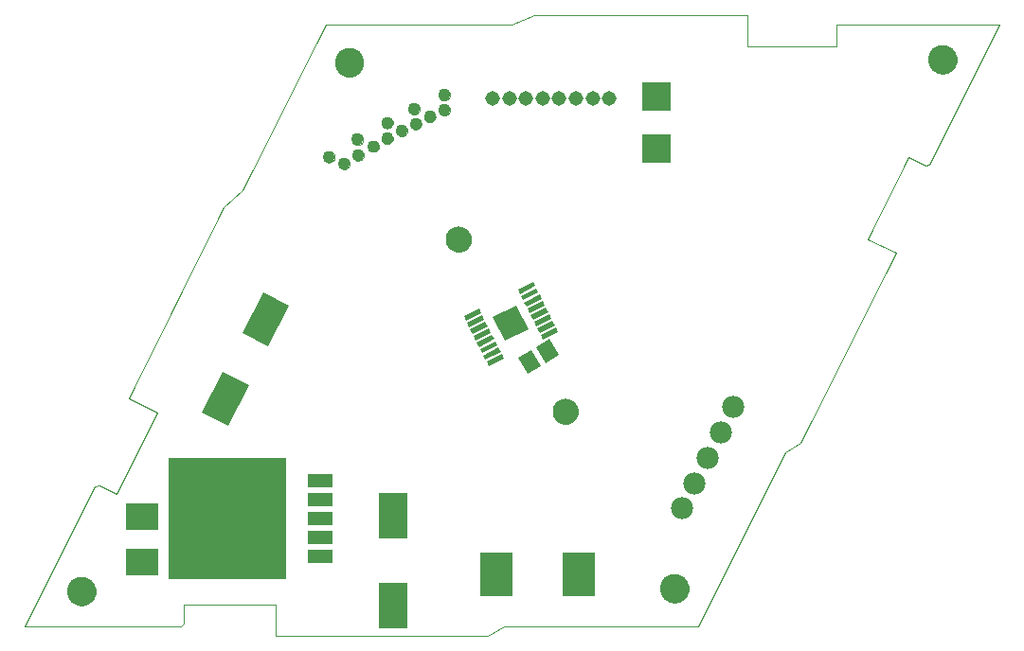
<source format=gts>
G75*
%MOIN*%
%OFA0B0*%
%FSLAX24Y24*%
%IPPOS*%
%LPD*%
%AMOC8*
5,1,8,0,0,1.08239X$1,22.5*
%
%ADD10C,0.0000*%
%ADD11C,0.1024*%
%ADD12C,0.0906*%
%ADD13R,0.0938X0.0938*%
%ADD14C,0.0434*%
%ADD15R,0.0603X0.0178*%
%ADD16R,0.0552X0.0670*%
%ADD17R,0.1615X0.1024*%
%ADD18R,0.1024X0.1615*%
%ADD19C,0.0516*%
%ADD20R,0.4138X0.4292*%
%ADD21R,0.0890X0.0460*%
%ADD22R,0.1142X0.1536*%
%ADD23C,0.0780*%
%ADD24R,0.1040X0.1040*%
%ADD25R,0.1140X0.0940*%
D10*
X001543Y001214D02*
X007057Y001214D01*
X007162Y001332D01*
X007163Y001992D01*
X010376Y001990D01*
X010370Y000897D01*
X017853Y000897D01*
X018407Y001214D01*
X025254Y001214D01*
X028315Y007336D01*
X028846Y007690D01*
X032212Y014373D01*
X031218Y014865D01*
X032655Y017739D01*
X033246Y017444D01*
X033393Y017483D01*
X035864Y022424D01*
X030103Y022423D01*
X030103Y022424D02*
X030103Y021647D01*
X026989Y021647D01*
X026989Y022739D01*
X019476Y022739D01*
X018689Y022424D01*
X012143Y022424D01*
X009220Y016568D01*
X008561Y015977D01*
X005204Y009265D01*
X006218Y008753D01*
X004781Y005889D01*
X004191Y006184D01*
X004004Y006145D01*
X001543Y001214D01*
X003060Y002453D02*
X003062Y002497D01*
X003068Y002541D01*
X003078Y002584D01*
X003091Y002626D01*
X003109Y002666D01*
X003130Y002705D01*
X003154Y002742D01*
X003181Y002777D01*
X003212Y002809D01*
X003245Y002838D01*
X003281Y002864D01*
X003319Y002886D01*
X003359Y002905D01*
X003400Y002921D01*
X003443Y002933D01*
X003486Y002941D01*
X003530Y002945D01*
X003574Y002945D01*
X003618Y002941D01*
X003661Y002933D01*
X003704Y002921D01*
X003745Y002905D01*
X003785Y002886D01*
X003823Y002864D01*
X003859Y002838D01*
X003892Y002809D01*
X003923Y002777D01*
X003950Y002742D01*
X003974Y002705D01*
X003995Y002666D01*
X004013Y002626D01*
X004026Y002584D01*
X004036Y002541D01*
X004042Y002497D01*
X004044Y002453D01*
X004042Y002409D01*
X004036Y002365D01*
X004026Y002322D01*
X004013Y002280D01*
X003995Y002240D01*
X003974Y002201D01*
X003950Y002164D01*
X003923Y002129D01*
X003892Y002097D01*
X003859Y002068D01*
X003823Y002042D01*
X003785Y002020D01*
X003745Y002001D01*
X003704Y001985D01*
X003661Y001973D01*
X003618Y001965D01*
X003574Y001961D01*
X003530Y001961D01*
X003486Y001965D01*
X003443Y001973D01*
X003400Y001985D01*
X003359Y002001D01*
X003319Y002020D01*
X003281Y002042D01*
X003245Y002068D01*
X003212Y002097D01*
X003181Y002129D01*
X003154Y002164D01*
X003130Y002201D01*
X003109Y002240D01*
X003091Y002280D01*
X003078Y002322D01*
X003068Y002365D01*
X003062Y002409D01*
X003060Y002453D01*
X016391Y014853D02*
X016393Y014894D01*
X016399Y014935D01*
X016409Y014975D01*
X016422Y015014D01*
X016439Y015051D01*
X016460Y015087D01*
X016484Y015121D01*
X016511Y015152D01*
X016540Y015180D01*
X016573Y015206D01*
X016607Y015228D01*
X016644Y015247D01*
X016682Y015262D01*
X016722Y015274D01*
X016762Y015282D01*
X016803Y015286D01*
X016845Y015286D01*
X016886Y015282D01*
X016926Y015274D01*
X016966Y015262D01*
X017004Y015247D01*
X017040Y015228D01*
X017075Y015206D01*
X017108Y015180D01*
X017137Y015152D01*
X017164Y015121D01*
X017188Y015087D01*
X017209Y015051D01*
X017226Y015014D01*
X017239Y014975D01*
X017249Y014935D01*
X017255Y014894D01*
X017257Y014853D01*
X017255Y014812D01*
X017249Y014771D01*
X017239Y014731D01*
X017226Y014692D01*
X017209Y014655D01*
X017188Y014619D01*
X017164Y014585D01*
X017137Y014554D01*
X017108Y014526D01*
X017075Y014500D01*
X017041Y014478D01*
X017004Y014459D01*
X016966Y014444D01*
X016926Y014432D01*
X016886Y014424D01*
X016845Y014420D01*
X016803Y014420D01*
X016762Y014424D01*
X016722Y014432D01*
X016682Y014444D01*
X016644Y014459D01*
X016608Y014478D01*
X016573Y014500D01*
X016540Y014526D01*
X016511Y014554D01*
X016484Y014585D01*
X016460Y014619D01*
X016439Y014655D01*
X016422Y014692D01*
X016409Y014731D01*
X016399Y014771D01*
X016393Y014812D01*
X016391Y014853D01*
X012596Y017523D02*
X012598Y017550D01*
X012604Y017577D01*
X012613Y017603D01*
X012626Y017627D01*
X012642Y017650D01*
X012661Y017669D01*
X012683Y017686D01*
X012707Y017700D01*
X012732Y017710D01*
X012759Y017717D01*
X012786Y017720D01*
X012814Y017719D01*
X012841Y017714D01*
X012867Y017706D01*
X012891Y017694D01*
X012914Y017678D01*
X012935Y017660D01*
X012952Y017639D01*
X012967Y017615D01*
X012978Y017590D01*
X012986Y017564D01*
X012990Y017537D01*
X012990Y017509D01*
X012986Y017482D01*
X012978Y017456D01*
X012967Y017431D01*
X012952Y017407D01*
X012935Y017386D01*
X012914Y017368D01*
X012892Y017352D01*
X012867Y017340D01*
X012841Y017332D01*
X012814Y017327D01*
X012786Y017326D01*
X012759Y017329D01*
X012732Y017336D01*
X012707Y017346D01*
X012683Y017360D01*
X012661Y017377D01*
X012642Y017396D01*
X012626Y017419D01*
X012613Y017443D01*
X012604Y017469D01*
X012598Y017496D01*
X012596Y017523D01*
X012065Y017759D02*
X012067Y017786D01*
X012073Y017813D01*
X012082Y017839D01*
X012095Y017863D01*
X012111Y017886D01*
X012130Y017905D01*
X012152Y017922D01*
X012176Y017936D01*
X012201Y017946D01*
X012228Y017953D01*
X012255Y017956D01*
X012283Y017955D01*
X012310Y017950D01*
X012336Y017942D01*
X012360Y017930D01*
X012383Y017914D01*
X012404Y017896D01*
X012421Y017875D01*
X012436Y017851D01*
X012447Y017826D01*
X012455Y017800D01*
X012459Y017773D01*
X012459Y017745D01*
X012455Y017718D01*
X012447Y017692D01*
X012436Y017667D01*
X012421Y017643D01*
X012404Y017622D01*
X012383Y017604D01*
X012361Y017588D01*
X012336Y017576D01*
X012310Y017568D01*
X012283Y017563D01*
X012255Y017562D01*
X012228Y017565D01*
X012201Y017572D01*
X012176Y017582D01*
X012152Y017596D01*
X012130Y017613D01*
X012111Y017632D01*
X012095Y017655D01*
X012082Y017679D01*
X012073Y017705D01*
X012067Y017732D01*
X012065Y017759D01*
X013088Y017818D02*
X013090Y017845D01*
X013096Y017872D01*
X013105Y017898D01*
X013118Y017922D01*
X013134Y017945D01*
X013153Y017964D01*
X013175Y017981D01*
X013199Y017995D01*
X013224Y018005D01*
X013251Y018012D01*
X013278Y018015D01*
X013306Y018014D01*
X013333Y018009D01*
X013359Y018001D01*
X013383Y017989D01*
X013406Y017973D01*
X013427Y017955D01*
X013444Y017934D01*
X013459Y017910D01*
X013470Y017885D01*
X013478Y017859D01*
X013482Y017832D01*
X013482Y017804D01*
X013478Y017777D01*
X013470Y017751D01*
X013459Y017726D01*
X013444Y017702D01*
X013427Y017681D01*
X013406Y017663D01*
X013384Y017647D01*
X013359Y017635D01*
X013333Y017627D01*
X013306Y017622D01*
X013278Y017621D01*
X013251Y017624D01*
X013224Y017631D01*
X013199Y017641D01*
X013175Y017655D01*
X013153Y017672D01*
X013134Y017691D01*
X013118Y017714D01*
X013105Y017738D01*
X013096Y017764D01*
X013090Y017791D01*
X013088Y017818D01*
X013620Y018133D02*
X013622Y018160D01*
X013628Y018187D01*
X013637Y018213D01*
X013650Y018237D01*
X013666Y018260D01*
X013685Y018279D01*
X013707Y018296D01*
X013731Y018310D01*
X013756Y018320D01*
X013783Y018327D01*
X013810Y018330D01*
X013838Y018329D01*
X013865Y018324D01*
X013891Y018316D01*
X013915Y018304D01*
X013938Y018288D01*
X013959Y018270D01*
X013976Y018249D01*
X013991Y018225D01*
X014002Y018200D01*
X014010Y018174D01*
X014014Y018147D01*
X014014Y018119D01*
X014010Y018092D01*
X014002Y018066D01*
X013991Y018041D01*
X013976Y018017D01*
X013959Y017996D01*
X013938Y017978D01*
X013916Y017962D01*
X013891Y017950D01*
X013865Y017942D01*
X013838Y017937D01*
X013810Y017936D01*
X013783Y017939D01*
X013756Y017946D01*
X013731Y017956D01*
X013707Y017970D01*
X013685Y017987D01*
X013666Y018006D01*
X013650Y018029D01*
X013637Y018053D01*
X013628Y018079D01*
X013622Y018106D01*
X013620Y018133D01*
X013068Y018369D02*
X013070Y018396D01*
X013076Y018423D01*
X013085Y018449D01*
X013098Y018473D01*
X013114Y018496D01*
X013133Y018515D01*
X013155Y018532D01*
X013179Y018546D01*
X013204Y018556D01*
X013231Y018563D01*
X013258Y018566D01*
X013286Y018565D01*
X013313Y018560D01*
X013339Y018552D01*
X013363Y018540D01*
X013386Y018524D01*
X013407Y018506D01*
X013424Y018485D01*
X013439Y018461D01*
X013450Y018436D01*
X013458Y018410D01*
X013462Y018383D01*
X013462Y018355D01*
X013458Y018328D01*
X013450Y018302D01*
X013439Y018277D01*
X013424Y018253D01*
X013407Y018232D01*
X013386Y018214D01*
X013364Y018198D01*
X013339Y018186D01*
X013313Y018178D01*
X013286Y018173D01*
X013258Y018172D01*
X013231Y018175D01*
X013204Y018182D01*
X013179Y018192D01*
X013155Y018206D01*
X013133Y018223D01*
X013114Y018242D01*
X013098Y018265D01*
X013085Y018289D01*
X013076Y018315D01*
X013070Y018342D01*
X013068Y018369D01*
X014112Y018408D02*
X014114Y018435D01*
X014120Y018462D01*
X014129Y018488D01*
X014142Y018512D01*
X014158Y018535D01*
X014177Y018554D01*
X014199Y018571D01*
X014223Y018585D01*
X014248Y018595D01*
X014275Y018602D01*
X014302Y018605D01*
X014330Y018604D01*
X014357Y018599D01*
X014383Y018591D01*
X014407Y018579D01*
X014430Y018563D01*
X014451Y018545D01*
X014468Y018524D01*
X014483Y018500D01*
X014494Y018475D01*
X014502Y018449D01*
X014506Y018422D01*
X014506Y018394D01*
X014502Y018367D01*
X014494Y018341D01*
X014483Y018316D01*
X014468Y018292D01*
X014451Y018271D01*
X014430Y018253D01*
X014408Y018237D01*
X014383Y018225D01*
X014357Y018217D01*
X014330Y018212D01*
X014302Y018211D01*
X014275Y018214D01*
X014248Y018221D01*
X014223Y018231D01*
X014199Y018245D01*
X014177Y018262D01*
X014158Y018281D01*
X014142Y018304D01*
X014129Y018328D01*
X014120Y018354D01*
X014114Y018381D01*
X014112Y018408D01*
X014624Y018684D02*
X014626Y018711D01*
X014632Y018738D01*
X014641Y018764D01*
X014654Y018788D01*
X014670Y018811D01*
X014689Y018830D01*
X014711Y018847D01*
X014735Y018861D01*
X014760Y018871D01*
X014787Y018878D01*
X014814Y018881D01*
X014842Y018880D01*
X014869Y018875D01*
X014895Y018867D01*
X014919Y018855D01*
X014942Y018839D01*
X014963Y018821D01*
X014980Y018800D01*
X014995Y018776D01*
X015006Y018751D01*
X015014Y018725D01*
X015018Y018698D01*
X015018Y018670D01*
X015014Y018643D01*
X015006Y018617D01*
X014995Y018592D01*
X014980Y018568D01*
X014963Y018547D01*
X014942Y018529D01*
X014920Y018513D01*
X014895Y018501D01*
X014869Y018493D01*
X014842Y018488D01*
X014814Y018487D01*
X014787Y018490D01*
X014760Y018497D01*
X014735Y018507D01*
X014711Y018521D01*
X014689Y018538D01*
X014670Y018557D01*
X014654Y018580D01*
X014641Y018604D01*
X014632Y018630D01*
X014626Y018657D01*
X014624Y018684D01*
X014112Y018960D02*
X014114Y018987D01*
X014120Y019014D01*
X014129Y019040D01*
X014142Y019064D01*
X014158Y019087D01*
X014177Y019106D01*
X014199Y019123D01*
X014223Y019137D01*
X014248Y019147D01*
X014275Y019154D01*
X014302Y019157D01*
X014330Y019156D01*
X014357Y019151D01*
X014383Y019143D01*
X014407Y019131D01*
X014430Y019115D01*
X014451Y019097D01*
X014468Y019076D01*
X014483Y019052D01*
X014494Y019027D01*
X014502Y019001D01*
X014506Y018974D01*
X014506Y018946D01*
X014502Y018919D01*
X014494Y018893D01*
X014483Y018868D01*
X014468Y018844D01*
X014451Y018823D01*
X014430Y018805D01*
X014408Y018789D01*
X014383Y018777D01*
X014357Y018769D01*
X014330Y018764D01*
X014302Y018763D01*
X014275Y018766D01*
X014248Y018773D01*
X014223Y018783D01*
X014199Y018797D01*
X014177Y018814D01*
X014158Y018833D01*
X014142Y018856D01*
X014129Y018880D01*
X014120Y018906D01*
X014114Y018933D01*
X014112Y018960D01*
X015057Y019452D02*
X015059Y019479D01*
X015065Y019506D01*
X015074Y019532D01*
X015087Y019556D01*
X015103Y019579D01*
X015122Y019598D01*
X015144Y019615D01*
X015168Y019629D01*
X015193Y019639D01*
X015220Y019646D01*
X015247Y019649D01*
X015275Y019648D01*
X015302Y019643D01*
X015328Y019635D01*
X015352Y019623D01*
X015375Y019607D01*
X015396Y019589D01*
X015413Y019568D01*
X015428Y019544D01*
X015439Y019519D01*
X015447Y019493D01*
X015451Y019466D01*
X015451Y019438D01*
X015447Y019411D01*
X015439Y019385D01*
X015428Y019360D01*
X015413Y019336D01*
X015396Y019315D01*
X015375Y019297D01*
X015353Y019281D01*
X015328Y019269D01*
X015302Y019261D01*
X015275Y019256D01*
X015247Y019255D01*
X015220Y019258D01*
X015193Y019265D01*
X015168Y019275D01*
X015144Y019289D01*
X015122Y019306D01*
X015103Y019325D01*
X015087Y019348D01*
X015074Y019372D01*
X015065Y019398D01*
X015059Y019425D01*
X015057Y019452D01*
X015116Y018920D02*
X015118Y018947D01*
X015124Y018974D01*
X015133Y019000D01*
X015146Y019024D01*
X015162Y019047D01*
X015181Y019066D01*
X015203Y019083D01*
X015227Y019097D01*
X015252Y019107D01*
X015279Y019114D01*
X015306Y019117D01*
X015334Y019116D01*
X015361Y019111D01*
X015387Y019103D01*
X015411Y019091D01*
X015434Y019075D01*
X015455Y019057D01*
X015472Y019036D01*
X015487Y019012D01*
X015498Y018987D01*
X015506Y018961D01*
X015510Y018934D01*
X015510Y018906D01*
X015506Y018879D01*
X015498Y018853D01*
X015487Y018828D01*
X015472Y018804D01*
X015455Y018783D01*
X015434Y018765D01*
X015412Y018749D01*
X015387Y018737D01*
X015361Y018729D01*
X015334Y018724D01*
X015306Y018723D01*
X015279Y018726D01*
X015252Y018733D01*
X015227Y018743D01*
X015203Y018757D01*
X015181Y018774D01*
X015162Y018793D01*
X015146Y018816D01*
X015133Y018840D01*
X015124Y018866D01*
X015118Y018893D01*
X015116Y018920D01*
X015608Y019176D02*
X015610Y019203D01*
X015616Y019230D01*
X015625Y019256D01*
X015638Y019280D01*
X015654Y019303D01*
X015673Y019322D01*
X015695Y019339D01*
X015719Y019353D01*
X015744Y019363D01*
X015771Y019370D01*
X015798Y019373D01*
X015826Y019372D01*
X015853Y019367D01*
X015879Y019359D01*
X015903Y019347D01*
X015926Y019331D01*
X015947Y019313D01*
X015964Y019292D01*
X015979Y019268D01*
X015990Y019243D01*
X015998Y019217D01*
X016002Y019190D01*
X016002Y019162D01*
X015998Y019135D01*
X015990Y019109D01*
X015979Y019084D01*
X015964Y019060D01*
X015947Y019039D01*
X015926Y019021D01*
X015904Y019005D01*
X015879Y018993D01*
X015853Y018985D01*
X015826Y018980D01*
X015798Y018979D01*
X015771Y018982D01*
X015744Y018989D01*
X015719Y018999D01*
X015695Y019013D01*
X015673Y019030D01*
X015654Y019049D01*
X015638Y019072D01*
X015625Y019096D01*
X015616Y019122D01*
X015610Y019149D01*
X015608Y019176D01*
X016120Y019412D02*
X016122Y019439D01*
X016128Y019466D01*
X016137Y019492D01*
X016150Y019516D01*
X016166Y019539D01*
X016185Y019558D01*
X016207Y019575D01*
X016231Y019589D01*
X016256Y019599D01*
X016283Y019606D01*
X016310Y019609D01*
X016338Y019608D01*
X016365Y019603D01*
X016391Y019595D01*
X016415Y019583D01*
X016438Y019567D01*
X016459Y019549D01*
X016476Y019528D01*
X016491Y019504D01*
X016502Y019479D01*
X016510Y019453D01*
X016514Y019426D01*
X016514Y019398D01*
X016510Y019371D01*
X016502Y019345D01*
X016491Y019320D01*
X016476Y019296D01*
X016459Y019275D01*
X016438Y019257D01*
X016416Y019241D01*
X016391Y019229D01*
X016365Y019221D01*
X016338Y019216D01*
X016310Y019215D01*
X016283Y019218D01*
X016256Y019225D01*
X016231Y019235D01*
X016207Y019249D01*
X016185Y019266D01*
X016166Y019285D01*
X016150Y019308D01*
X016137Y019332D01*
X016128Y019358D01*
X016122Y019385D01*
X016120Y019412D01*
X016120Y019944D02*
X016122Y019971D01*
X016128Y019998D01*
X016137Y020024D01*
X016150Y020048D01*
X016166Y020071D01*
X016185Y020090D01*
X016207Y020107D01*
X016231Y020121D01*
X016256Y020131D01*
X016283Y020138D01*
X016310Y020141D01*
X016338Y020140D01*
X016365Y020135D01*
X016391Y020127D01*
X016415Y020115D01*
X016438Y020099D01*
X016459Y020081D01*
X016476Y020060D01*
X016491Y020036D01*
X016502Y020011D01*
X016510Y019985D01*
X016514Y019958D01*
X016514Y019930D01*
X016510Y019903D01*
X016502Y019877D01*
X016491Y019852D01*
X016476Y019828D01*
X016459Y019807D01*
X016438Y019789D01*
X016416Y019773D01*
X016391Y019761D01*
X016365Y019753D01*
X016338Y019748D01*
X016310Y019747D01*
X016283Y019750D01*
X016256Y019757D01*
X016231Y019767D01*
X016207Y019781D01*
X016185Y019798D01*
X016166Y019817D01*
X016150Y019840D01*
X016137Y019864D01*
X016128Y019890D01*
X016122Y019917D01*
X016120Y019944D01*
X012478Y021079D02*
X012480Y021123D01*
X012486Y021167D01*
X012496Y021210D01*
X012509Y021252D01*
X012527Y021292D01*
X012548Y021331D01*
X012572Y021368D01*
X012599Y021403D01*
X012630Y021435D01*
X012663Y021464D01*
X012699Y021490D01*
X012737Y021512D01*
X012777Y021531D01*
X012818Y021547D01*
X012861Y021559D01*
X012904Y021567D01*
X012948Y021571D01*
X012992Y021571D01*
X013036Y021567D01*
X013079Y021559D01*
X013122Y021547D01*
X013163Y021531D01*
X013203Y021512D01*
X013241Y021490D01*
X013277Y021464D01*
X013310Y021435D01*
X013341Y021403D01*
X013368Y021368D01*
X013392Y021331D01*
X013413Y021292D01*
X013431Y021252D01*
X013444Y021210D01*
X013454Y021167D01*
X013460Y021123D01*
X013462Y021079D01*
X013460Y021035D01*
X013454Y020991D01*
X013444Y020948D01*
X013431Y020906D01*
X013413Y020866D01*
X013392Y020827D01*
X013368Y020790D01*
X013341Y020755D01*
X013310Y020723D01*
X013277Y020694D01*
X013241Y020668D01*
X013203Y020646D01*
X013163Y020627D01*
X013122Y020611D01*
X013079Y020599D01*
X013036Y020591D01*
X012992Y020587D01*
X012948Y020587D01*
X012904Y020591D01*
X012861Y020599D01*
X012818Y020611D01*
X012777Y020627D01*
X012737Y020646D01*
X012699Y020668D01*
X012663Y020694D01*
X012630Y020723D01*
X012599Y020755D01*
X012572Y020790D01*
X012548Y020827D01*
X012527Y020866D01*
X012509Y020906D01*
X012496Y020948D01*
X012486Y020991D01*
X012480Y021035D01*
X012478Y021079D01*
X020144Y008781D02*
X020146Y008822D01*
X020152Y008863D01*
X020162Y008903D01*
X020175Y008942D01*
X020192Y008979D01*
X020213Y009015D01*
X020237Y009049D01*
X020264Y009080D01*
X020293Y009108D01*
X020326Y009134D01*
X020360Y009156D01*
X020397Y009175D01*
X020435Y009190D01*
X020475Y009202D01*
X020515Y009210D01*
X020556Y009214D01*
X020598Y009214D01*
X020639Y009210D01*
X020679Y009202D01*
X020719Y009190D01*
X020757Y009175D01*
X020793Y009156D01*
X020828Y009134D01*
X020861Y009108D01*
X020890Y009080D01*
X020917Y009049D01*
X020941Y009015D01*
X020962Y008979D01*
X020979Y008942D01*
X020992Y008903D01*
X021002Y008863D01*
X021008Y008822D01*
X021010Y008781D01*
X021008Y008740D01*
X021002Y008699D01*
X020992Y008659D01*
X020979Y008620D01*
X020962Y008583D01*
X020941Y008547D01*
X020917Y008513D01*
X020890Y008482D01*
X020861Y008454D01*
X020828Y008428D01*
X020794Y008406D01*
X020757Y008387D01*
X020719Y008372D01*
X020679Y008360D01*
X020639Y008352D01*
X020598Y008348D01*
X020556Y008348D01*
X020515Y008352D01*
X020475Y008360D01*
X020435Y008372D01*
X020397Y008387D01*
X020361Y008406D01*
X020326Y008428D01*
X020293Y008454D01*
X020264Y008482D01*
X020237Y008513D01*
X020213Y008547D01*
X020192Y008583D01*
X020175Y008620D01*
X020162Y008659D01*
X020152Y008699D01*
X020146Y008740D01*
X020144Y008781D01*
X023929Y002550D02*
X023931Y002594D01*
X023937Y002638D01*
X023947Y002681D01*
X023960Y002723D01*
X023978Y002763D01*
X023999Y002802D01*
X024023Y002839D01*
X024050Y002874D01*
X024081Y002906D01*
X024114Y002935D01*
X024150Y002961D01*
X024188Y002983D01*
X024228Y003002D01*
X024269Y003018D01*
X024312Y003030D01*
X024355Y003038D01*
X024399Y003042D01*
X024443Y003042D01*
X024487Y003038D01*
X024530Y003030D01*
X024573Y003018D01*
X024614Y003002D01*
X024654Y002983D01*
X024692Y002961D01*
X024728Y002935D01*
X024761Y002906D01*
X024792Y002874D01*
X024819Y002839D01*
X024843Y002802D01*
X024864Y002763D01*
X024882Y002723D01*
X024895Y002681D01*
X024905Y002638D01*
X024911Y002594D01*
X024913Y002550D01*
X024911Y002506D01*
X024905Y002462D01*
X024895Y002419D01*
X024882Y002377D01*
X024864Y002337D01*
X024843Y002298D01*
X024819Y002261D01*
X024792Y002226D01*
X024761Y002194D01*
X024728Y002165D01*
X024692Y002139D01*
X024654Y002117D01*
X024614Y002098D01*
X024573Y002082D01*
X024530Y002070D01*
X024487Y002062D01*
X024443Y002058D01*
X024399Y002058D01*
X024355Y002062D01*
X024312Y002070D01*
X024269Y002082D01*
X024228Y002098D01*
X024188Y002117D01*
X024150Y002139D01*
X024114Y002165D01*
X024081Y002194D01*
X024050Y002226D01*
X024023Y002261D01*
X023999Y002298D01*
X023978Y002337D01*
X023960Y002377D01*
X023947Y002419D01*
X023937Y002462D01*
X023931Y002506D01*
X023929Y002550D01*
X033359Y021185D02*
X033361Y021229D01*
X033367Y021273D01*
X033377Y021316D01*
X033390Y021358D01*
X033408Y021398D01*
X033429Y021437D01*
X033453Y021474D01*
X033480Y021509D01*
X033511Y021541D01*
X033544Y021570D01*
X033580Y021596D01*
X033618Y021618D01*
X033658Y021637D01*
X033699Y021653D01*
X033742Y021665D01*
X033785Y021673D01*
X033829Y021677D01*
X033873Y021677D01*
X033917Y021673D01*
X033960Y021665D01*
X034003Y021653D01*
X034044Y021637D01*
X034084Y021618D01*
X034122Y021596D01*
X034158Y021570D01*
X034191Y021541D01*
X034222Y021509D01*
X034249Y021474D01*
X034273Y021437D01*
X034294Y021398D01*
X034312Y021358D01*
X034325Y021316D01*
X034335Y021273D01*
X034341Y021229D01*
X034343Y021185D01*
X034341Y021141D01*
X034335Y021097D01*
X034325Y021054D01*
X034312Y021012D01*
X034294Y020972D01*
X034273Y020933D01*
X034249Y020896D01*
X034222Y020861D01*
X034191Y020829D01*
X034158Y020800D01*
X034122Y020774D01*
X034084Y020752D01*
X034044Y020733D01*
X034003Y020717D01*
X033960Y020705D01*
X033917Y020697D01*
X033873Y020693D01*
X033829Y020693D01*
X033785Y020697D01*
X033742Y020705D01*
X033699Y020717D01*
X033658Y020733D01*
X033618Y020752D01*
X033580Y020774D01*
X033544Y020800D01*
X033511Y020829D01*
X033480Y020861D01*
X033453Y020896D01*
X033429Y020933D01*
X033408Y020972D01*
X033390Y021012D01*
X033377Y021054D01*
X033367Y021097D01*
X033361Y021141D01*
X033359Y021185D01*
D11*
X033851Y021185D03*
X012970Y021079D03*
X024421Y002550D03*
X003552Y002453D03*
D12*
X020577Y008781D03*
X016824Y014853D03*
D13*
G36*
X019283Y011689D02*
X018445Y011269D01*
X018025Y012107D01*
X018863Y012527D01*
X019283Y011689D01*
G37*
D14*
X012793Y017523D03*
X013285Y017818D03*
X013817Y018133D03*
X014309Y018408D03*
X014821Y018684D03*
X014309Y018960D03*
X015254Y019452D03*
X015313Y018920D03*
X015805Y019176D03*
X016317Y019412D03*
X016317Y019944D03*
X013265Y018369D03*
X012262Y017759D03*
D15*
G36*
X018903Y013092D02*
X019440Y013361D01*
X019519Y013202D01*
X018982Y012933D01*
X018903Y013092D01*
G37*
G36*
X019017Y012863D02*
X019554Y013132D01*
X019633Y012973D01*
X019096Y012704D01*
X019017Y012863D01*
G37*
G36*
X019132Y012634D02*
X019669Y012903D01*
X019748Y012744D01*
X019211Y012475D01*
X019132Y012634D01*
G37*
G36*
X019246Y012405D02*
X019783Y012674D01*
X019862Y012515D01*
X019325Y012246D01*
X019246Y012405D01*
G37*
G36*
X019361Y012177D02*
X019898Y012446D01*
X019977Y012287D01*
X019440Y012018D01*
X019361Y012177D01*
G37*
G36*
X019476Y011948D02*
X020013Y012217D01*
X020092Y012058D01*
X019555Y011789D01*
X019476Y011948D01*
G37*
G36*
X019590Y011719D02*
X020127Y011988D01*
X020206Y011829D01*
X019669Y011560D01*
X019590Y011719D01*
G37*
G36*
X019705Y011490D02*
X020242Y011759D01*
X020321Y011600D01*
X019784Y011331D01*
X019705Y011490D01*
G37*
G36*
X017804Y010538D02*
X018341Y010807D01*
X018420Y010648D01*
X017883Y010379D01*
X017804Y010538D01*
G37*
G36*
X017689Y010767D02*
X018226Y011036D01*
X018305Y010877D01*
X017768Y010608D01*
X017689Y010767D01*
G37*
G36*
X017575Y010996D02*
X018112Y011265D01*
X018191Y011106D01*
X017654Y010837D01*
X017575Y010996D01*
G37*
G36*
X017460Y011225D02*
X017997Y011494D01*
X018076Y011335D01*
X017539Y011066D01*
X017460Y011225D01*
G37*
G36*
X017346Y011453D02*
X017883Y011722D01*
X017962Y011563D01*
X017425Y011294D01*
X017346Y011453D01*
G37*
G36*
X017231Y011682D02*
X017768Y011951D01*
X017847Y011792D01*
X017310Y011523D01*
X017231Y011682D01*
G37*
G36*
X017116Y011911D02*
X017653Y012180D01*
X017732Y012021D01*
X017195Y011752D01*
X017116Y011911D01*
G37*
G36*
X017002Y012140D02*
X017539Y012409D01*
X017618Y012250D01*
X017081Y011981D01*
X017002Y012140D01*
G37*
D16*
G36*
X019730Y010390D02*
X019260Y010102D01*
X018910Y010672D01*
X019380Y010960D01*
X019730Y010390D01*
G37*
G36*
X020367Y010781D02*
X019897Y010493D01*
X019547Y011063D01*
X020017Y011351D01*
X020367Y010781D01*
G37*
D17*
G36*
X010866Y012527D02*
X010133Y011090D01*
X009222Y011555D01*
X009955Y012992D01*
X010866Y012527D01*
G37*
G36*
X009436Y009721D02*
X008703Y008284D01*
X007792Y008749D01*
X008525Y010186D01*
X009436Y009721D01*
G37*
D18*
X014505Y005102D03*
X014505Y001952D03*
D19*
X018013Y019831D03*
X018604Y019831D03*
X019194Y019831D03*
X019785Y019831D03*
X020356Y019831D03*
X020946Y019831D03*
X021537Y019831D03*
X022127Y019831D03*
D20*
X008680Y005023D03*
D21*
X011960Y005023D03*
X011960Y004353D03*
X011960Y003683D03*
X011960Y005693D03*
X011960Y006363D03*
D22*
X018135Y003052D03*
X021048Y003052D03*
D23*
X024679Y005374D03*
X025133Y006265D03*
X025587Y007156D03*
X026041Y008047D03*
X026495Y008938D03*
D24*
X023801Y018047D03*
X023801Y019897D03*
D25*
X005669Y005085D03*
X005669Y003474D03*
M02*

</source>
